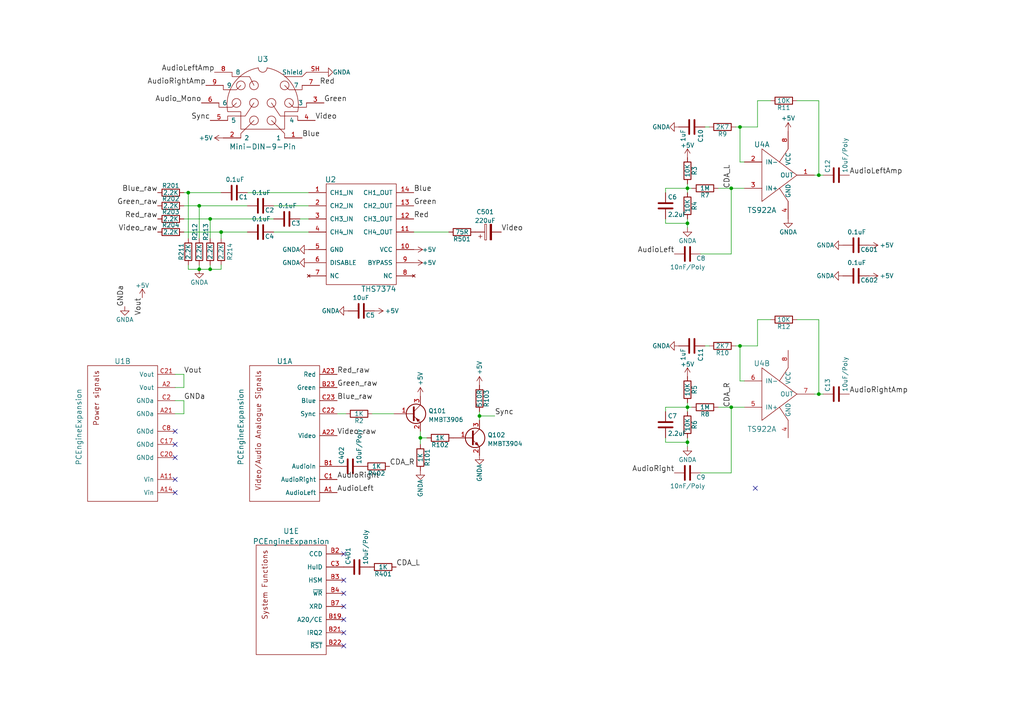
<source format=kicad_sch>
(kicad_sch (version 20211123) (generator eeschema)
  (paper "A4")
  (lib_symbols
    (symbol "Device:C_Polarized" (pin_numbers hide) (pin_names (offset 0.254))
      (property "Reference" "C" (at 0.635 2.54 0))
      (property "Value" "C_Polarized" (at 0.635 -2.54 0))
      (symbol "C_Polarized_0_1"
        (rectangle (start -2.286 0.508) (end 2.286 1.016))
        (polyline (pts (xy -1.778 2.286) (xy -0.762 2.286)))
        (polyline (pts (xy -1.27 2.794) (xy -1.27 1.778)))
        (rectangle (start 2.286 -0.508) (end -2.286 -1.016) (fill (type outline)))
      )
      (symbol "C_Polarized_1_1"
        (pin passive line (at 0 3.81 270) (length 2.794) (name "~") (number "1"))
        (pin passive line (at 0 -3.81 90) (length 2.794) (name "~") (number "2"))
      )
    )
    (symbol "Transistor_BJT:MMBT3904" (pin_names (offset 0) hide)
      (property "Reference" "Q" (at 5.08 1.905 0))
      (property "Value" "MMBT3904" (at 5.08 0 0))
      (symbol "MMBT3904_0_1"
        (polyline (pts (xy 0.635 0.635) (xy 2.54 2.54)))
        (polyline (pts (xy 0.635 -0.635) (xy 2.54 -2.54) (xy 2.54 -2.54)))
        (polyline (pts (xy 0.635 1.905) (xy 0.635 -1.905) (xy 0.635 -1.905)) (stroke (width 0.508)))
        (polyline (pts (xy 1.27 -1.778) (xy 1.778 -1.27) (xy 2.286 -2.286) (xy 1.27 -1.778) (xy 1.27 -1.778)) (fill (type outline)))
        (circle (center 1.27 0) (radius 2.8194) (stroke (width 0.254)))
      )
      (symbol "MMBT3904_1_1"
        (pin input line (at -5.08 0 0) (length 5.715) (name "B") (number "1"))
        (pin passive line (at 2.54 -5.08 90) (length 2.54) (name "E") (number "2"))
        (pin passive line (at 2.54 5.08 270) (length 2.54) (name "C") (number "3"))
      )
    )
    (symbol "Transistor_BJT:MMBT3906" (pin_names (offset 0) hide)
      (property "Reference" "Q" (at 5.08 1.905 0))
      (property "Value" "MMBT3906" (at 5.08 0 0))
      (symbol "MMBT3906_0_1"
        (polyline (pts (xy 0.635 0.635) (xy 2.54 2.54)))
        (polyline (pts (xy 0.635 -0.635) (xy 2.54 -2.54) (xy 2.54 -2.54)))
        (polyline (pts (xy 0.635 1.905) (xy 0.635 -1.905) (xy 0.635 -1.905)) (stroke (width 0.508)))
        (polyline (pts (xy 2.286 -1.778) (xy 1.778 -2.286) (xy 1.27 -1.27) (xy 2.286 -1.778) (xy 2.286 -1.778)) (fill (type outline)))
        (circle (center 1.27 0) (radius 2.8194) (stroke (width 0.254)))
      )
      (symbol "MMBT3906_1_1"
        (pin input line (at -5.08 0 0) (length 5.715) (name "B") (number "1"))
        (pin passive line (at 2.54 -5.08 90) (length 2.54) (name "E") (number "2"))
        (pin passive line (at 2.54 5.08 270) (length 2.54) (name "C") (number "3"))
      )
    )
    (symbol "pcengine-rgb-addon-rescue:+5V" (power) (pin_names (offset 0))
      (property "Value" "+5V" (at 0 3.556 0))
      (symbol "+5V_0_1"
        (polyline (pts (xy -0.762 1.27) (xy 0 2.54)))
        (polyline (pts (xy 0 0) (xy 0 2.54)))
        (polyline (pts (xy 0 2.54) (xy 0.762 1.27)))
      )
      (symbol "+5V_1_1"
        (pin power_in line (at 0 0 90) (length 0) hide (name "+5V") (number "1"))
      )
    )
    (symbol "pcengine-rgb-addon-rescue:C" (pin_numbers hide) (pin_names (offset 0.254))
      (property "Reference" "C" (at 0.635 2.54 0))
      (property "Value" "C" (at 0.635 -2.54 0))
      (symbol "C_0_1"
        (polyline (pts (xy -2.032 -0.762) (xy 2.032 -0.762)) (stroke (width 0.508)))
        (polyline (pts (xy -2.032 0.762) (xy 2.032 0.762)) (stroke (width 0.508)))
      )
      (symbol "C_1_1"
        (pin passive line (at 0 3.81 270) (length 2.794) (name "~") (number "1"))
        (pin passive line (at 0 -3.81 90) (length 2.794) (name "~") (number "2"))
      )
    )
    (symbol "pcengine-rgb-addon-rescue:GNDA" (power) (pin_names (offset 0))
      (property "Value" "GNDA" (at 0 -3.81 0))
      (symbol "GNDA_0_1"
        (polyline (pts (xy 0 0) (xy 0 -1.27) (xy 1.27 -1.27) (xy 0 -2.54) (xy -1.27 -1.27) (xy 0 -1.27)))
      )
      (symbol "GNDA_1_1"
        (pin power_in line (at 0 0 270) (length 0) hide (name "GNDA") (number "1"))
      )
    )
    (symbol "pcengine-rgb-addon-rescue:Mini-DIN-9-Pin" (pin_names (offset 1.016))
      (property "Reference" "U" (at 0 15.24 0))
      (property "Value" "Mini-DIN-9-Pin" (at 0 -10.16 0))
      (symbol "Mini-DIN-9-Pin_0_1"
        (circle (center -7.62 2.54) (radius 1.27))
        (circle (center -6.35 7.62) (radius 1.27))
        (circle (center -2.54 -2.54) (radius 1.27))
        (circle (center -2.54 2.54) (radius 1.27))
        (circle (center -2.54 7.62) (radius 1.27))
        (arc (start -1.27 12.7) (mid -8.3768 8.2171) (end -10.16 0))
        (arc (start -1.27 12.7) (mid 0 11.43) (end 1.27 12.7))
        (polyline (pts (xy -6.35 -7.62) (xy -6.35 -6.35) (xy -2.54 -2.54)))
        (polyline (pts (xy 6.35 -7.62) (xy 6.35 -6.35) (xy 2.54 -2.54)))
        (polyline (pts (xy 12.7 11.43) (xy 11.43 10.16) (xy 6.35 10.16)))
        (polyline (pts (xy -12.7 2.54) (xy -12.7 1.27) (xy -8.89 1.27) (xy -7.62 2.54)))
        (polyline (pts (xy -11.43 7.62) (xy -11.43 6.35) (xy -7.62 6.35) (xy -6.35 7.62)))
        (polyline (pts (xy -8.89 11.43) (xy -8.89 10.16) (xy -3.81 10.16) (xy -2.54 7.62)))
        (polyline (pts (xy 10.16 -2.54) (xy 10.16 -1.27) (xy 5.08 -1.27) (xy 2.54 2.54)))
        (polyline (pts (xy 11.43 7.62) (xy 11.43 6.35) (xy 7.62 6.35) (xy 6.35 7.62)))
        (polyline (pts (xy 12.7 2.54) (xy 12.7 1.27) (xy 8.89 1.27) (xy 7.62 2.54)))
        (polyline (pts (xy -10.16 -2.54) (xy -10.16 -1.27) (xy -6.35 -1.27) (xy -5.08 -1.27) (xy -2.54 2.54)))
        (polyline (pts (xy -10.16 0) (xy -6.35 0) (xy -6.35 -5.08) (xy 6.35 -5.08) (xy 6.35 0) (xy 10.16 0)))
        (circle (center 2.54 -2.54) (radius 1.27))
        (circle (center 2.54 2.54) (radius 1.27))
        (circle (center 6.35 7.62) (radius 1.27))
        (circle (center 7.62 2.54) (radius 1.27))
        (arc (start 10.16 0) (mid 8.3353 8.1871) (end 1.27 12.7))
      )
      (symbol "Mini-DIN-9-Pin_1_1"
        (pin bidirectional line (at 11.43 -7.62 180) (length 5.08) (name "1") (number "1"))
        (pin bidirectional line (at -11.43 -7.62 0) (length 5.08) (name "2") (number "2"))
        (pin bidirectional line (at 17.78 2.54 180) (length 5.08) (name "3") (number "3"))
        (pin bidirectional line (at 15.24 -2.54 180) (length 5.08) (name "4") (number "4"))
        (pin bidirectional line (at -15.24 -2.54 0) (length 5.08) (name "5") (number "5"))
        (pin bidirectional line (at -17.78 2.54 0) (length 5.08) (name "6") (number "6"))
        (pin bidirectional line (at 16.51 7.62 180) (length 5.08) (name "7") (number "7"))
        (pin bidirectional line (at -13.97 11.43 0) (length 5.08) (name "8") (number "8"))
        (pin bidirectional line (at -16.51 7.62 0) (length 5.08) (name "9") (number "9"))
        (pin passive line (at 17.78 11.43 180) (length 5.08) (name "Shield") (number "SH"))
      )
    )
    (symbol "pcengine-rgb-addon-rescue:PCEngineExpansion" (pin_names (offset 1.016))
      (property "Reference" "U" (at -10.16 19.05 0))
      (property "Value" "PCEngineExpansion" (at -22.86 0 90))
      (symbol "PCEngineExpansion_1_0"
        (text "Video/Audio Analogue Signals" (at -17.78 16.51 900) (effects (font (size 1.524 1.524)) (justify right)))
      )
      (symbol "PCEngineExpansion_1_1"
        (rectangle (start 0 17.78) (end -20.32 -21.59))
        (pin output line (at 5.08 -19.05 180) (length 5.08) (name "AudioLeft") (number "A1"))
        (pin output line (at 5.08 -2.54 180) (length 5.08) (name "Video") (number "A22"))
        (pin output line (at 5.08 15.24 180) (length 5.08) (name "Red") (number "A23"))
        (pin input line (at 5.08 -11.43 180) (length 5.08) (name "AudioIn") (number "B1"))
        (pin output line (at 5.08 11.43 180) (length 5.08) (name "Green") (number "B23"))
        (pin output line (at 5.08 -15.24 180) (length 5.08) (name "AudioRight") (number "C1"))
        (pin output line (at 5.08 3.81 180) (length 5.08) (name "Sync") (number "C22"))
        (pin output line (at 5.08 7.62 180) (length 5.08) (name "Blue") (number "C23"))
      )
      (symbol "PCEngineExpansion_2_0"
        (text "Power signals" (at -17.78 16.51 900) (effects (font (size 1.524 1.524)) (justify right)))
      )
      (symbol "PCEngineExpansion_2_1"
        (rectangle (start -20.32 17.78) (end 0 -21.59))
        (pin power_in line (at 5.08 -15.24 180) (length 5.08) (name "Vin") (number "A11"))
        (pin power_in line (at 5.08 -19.05 180) (length 5.08) (name "Vin") (number "A14"))
        (pin power_out line (at 5.08 11.43 180) (length 5.08) (name "Vout") (number "A2"))
        (pin power_in line (at 5.08 3.81 180) (length 5.08) (name "GNDa") (number "A21"))
        (pin power_in line (at 5.08 -5.08 180) (length 5.08) (name "GNDd") (number "C17"))
        (pin power_in line (at 5.08 7.62 180) (length 5.08) (name "GNDa") (number "C2"))
        (pin power_in line (at 5.08 -8.89 180) (length 5.08) (name "GNDd") (number "C20"))
        (pin power_out line (at 5.08 15.24 180) (length 5.08) (name "Vout") (number "C21"))
        (pin power_in line (at 5.08 -1.27 180) (length 5.08) (name "GNDd") (number "C8"))
      )
      (symbol "PCEngineExpansion_3_0"
        (rectangle (start -20.32 17.78) (end 0 -13.97))
        (text "Data bus" (at -17.78 11.43 900) (effects (font (size 1.524 1.524))))
      )
      (symbol "PCEngineExpansion_3_1"
        (pin bidirectional line (at 5.08 11.43 180) (length 5.08) (name "D1") (number "A8"))
        (pin bidirectional line (at 5.08 -3.81 180) (length 5.08) (name "D5") (number "B10"))
        (pin bidirectional line (at 5.08 15.24 180) (length 5.08) (name "D0") (number "B8"))
        (pin bidirectional line (at 5.08 3.81 180) (length 5.08) (name "D3") (number "B9"))
        (pin bidirectional line (at 5.08 0 180) (length 5.08) (name "D4") (number "C10"))
        (pin bidirectional line (at 5.08 -7.62 180) (length 5.08) (name "D6") (number "C11"))
        (pin bidirectional line (at 5.08 -11.43 180) (length 5.08) (name "D7") (number "C12"))
        (pin bidirectional line (at 5.08 7.62 180) (length 5.08) (name "D2") (number "C9"))
      )
      (symbol "PCEngineExpansion_4_0"
        (rectangle (start -20.32 17.78) (end 0 -59.69))
        (text "Address bus" (at -17.78 16.51 900) (effects (font (size 1.524 1.524)) (justify right)))
      )
      (symbol "PCEngineExpansion_4_1"
        (pin bidirectional line (at 5.08 -53.34 180) (length 5.08) (name "A18") (number "A4"))
        (pin bidirectional line (at 5.08 -38.1 180) (length 5.08) (name "A14") (number "A5"))
        (pin bidirectional line (at 5.08 -19.05 180) (length 5.08) (name "A9") (number "A6"))
        (pin bidirectional line (at 5.08 -22.86 180) (length 5.08) (name "A10") (number "A7"))
        (pin bidirectional line (at 5.08 15.24 180) (length 5.08) (name "A0") (number "B12"))
        (pin bidirectional line (at 5.08 7.62 180) (length 5.08) (name "A2") (number "B13"))
        (pin bidirectional line (at 5.08 -3.81 180) (length 5.08) (name "A5") (number "B15"))
        (pin bidirectional line (at 5.08 -11.43 180) (length 5.08) (name "A7") (number "B16"))
        (pin bidirectional line (at 5.08 -30.48 180) (length 5.08) (name "A12") (number "B17"))
        (pin bidirectional line (at 5.08 -45.72 180) (length 5.08) (name "A16") (number "B18"))
        (pin bidirectional line (at 5.08 -15.24 180) (length 5.08) (name "A8") (number "B6"))
        (pin bidirectional line (at 5.08 11.43 180) (length 5.08) (name "A1") (number "C13"))
        (pin bidirectional line (at 5.08 3.81 180) (length 5.08) (name "A3") (number "C14"))
        (pin bidirectional line (at 5.08 0 180) (length 5.08) (name "A4") (number "C15"))
        (pin bidirectional line (at 5.08 -7.62 180) (length 5.08) (name "A6") (number "C16"))
        (pin bidirectional line (at 5.08 -41.91 180) (length 5.08) (name "A15") (number "C18"))
        (pin bidirectional line (at 5.08 -57.15 180) (length 5.08) (name "A19") (number "C19"))
        (pin bidirectional line (at 5.08 -49.53 180) (length 5.08) (name "A17") (number "C5"))
        (pin bidirectional line (at 5.08 -34.29 180) (length 5.08) (name "A13") (number "C6"))
        (pin bidirectional line (at 5.08 -26.67 180) (length 5.08) (name "A11") (number "C7"))
      )
      (symbol "PCEngineExpansion_5_0"
        (rectangle (start -20.32 17.78) (end 0 -13.97))
        (text "System Functions" (at -17.78 16.51 900) (effects (font (size 1.524 1.524)) (justify right)))
      )
      (symbol "PCEngineExpansion_5_1"
        (pin bidirectional line (at 5.08 -3.81 180) (length 5.08) (name "A20/CE") (number "B19"))
        (pin bidirectional line (at 5.08 15.24 180) (length 5.08) (name "CCD") (number "B2"))
        (pin bidirectional line (at 5.08 -7.62 180) (length 5.08) (name "IRQ2") (number "B21"))
        (pin bidirectional line (at 5.08 -11.43 180) (length 5.08) (name "~{RST}") (number "B22"))
        (pin bidirectional line (at 5.08 7.62 180) (length 5.08) (name "HSM") (number "B3"))
        (pin bidirectional line (at 5.08 3.81 180) (length 5.08) (name "~{WR}") (number "B4"))
        (pin bidirectional line (at 5.08 0 180) (length 5.08) (name "XRD") (number "B7"))
        (pin bidirectional line (at 5.08 11.43 180) (length 5.08) (name "HuID") (number "C3"))
      )
      (symbol "PCEngineExpansion_6_0"
        (rectangle (start -20.32 17.78) (end 0 -46.99))
        (text "Video Bus" (at -17.78 10.16 900) (effects (font (size 1.524 1.524))))
      )
      (symbol "PCEngineExpansion_6_1"
        (pin bidirectional line (at 5.08 0 180) (length 5.08) (name "VSn") (number "A10"))
        (pin bidirectional line (at 5.08 -7.62 180) (length 5.08) (name "SPBG") (number "A12"))
        (pin bidirectional line (at 5.08 -44.45 180) (length 5.08) (name "VD7") (number "A13"))
        (pin bidirectional line (at 5.08 -36.83 180) (length 5.08) (name "VD5") (number "A15"))
        (pin bidirectional line (at 5.08 -33.02 180) (length 5.08) (name "VD4") (number "A16"))
        (pin bidirectional line (at 5.08 -29.21 180) (length 5.08) (name "VD3") (number "A17"))
        (pin bidirectional line (at 5.08 -25.4 180) (length 5.08) (name "VD2") (number "A18"))
        (pin bidirectional line (at 5.08 -21.59 180) (length 5.08) (name "VD1") (number "A19"))
        (pin bidirectional line (at 5.08 -17.78 180) (length 5.08) (name "VD0") (number "A20"))
        (pin bidirectional line (at 5.08 15.24 180) (length 5.08) (name "CS") (number "A3"))
        (pin bidirectional line (at 5.08 3.81 180) (length 5.08) (name "DCK") (number "A9"))
        (pin bidirectional line (at 5.08 -3.81 180) (length 5.08) (name "HSn") (number "B11"))
        (pin bidirectional line (at 5.08 -40.64 180) (length 5.08) (name "VD6") (number "B14"))
        (pin bidirectional line (at 5.08 -11.43 180) (length 5.08) (name "~{RDY}") (number "B20"))
        (pin bidirectional line (at 5.08 7.62 180) (length 5.08) (name "XNMI") (number "B5"))
        (pin bidirectional line (at 5.08 11.43 180) (length 5.08) (name "CEK") (number "C4"))
      )
    )
    (symbol "pcengine-rgb-addon-rescue:R" (pin_numbers hide) (pin_names (offset 0))
      (property "Reference" "R" (at 2.032 0 90))
      (property "Value" "R" (at 0 0 90))
      (symbol "R_0_1"
        (rectangle (start -1.016 -2.54) (end 1.016 2.54) (stroke (width 0.254)))
      )
      (symbol "R_1_1"
        (pin passive line (at 0 3.81 270) (length 1.27) (name "~") (number "1"))
        (pin passive line (at 0 -3.81 90) (length 1.27) (name "~") (number "2"))
      )
    )
    (symbol "pcengine-rgb-addon-rescue:THS7374" (pin_names (offset 1.016))
      (property "Reference" "U" (at -8.89 16.51 0))
      (property "Value" "THS7374" (at 5.08 -15.24 0))
      (symbol "THS7374_1_0"
        (rectangle (start -10.16 15.24) (end 10.16 -13.97))
      )
      (symbol "THS7374_1_1"
        (pin input line (at -15.24 12.7 0) (length 5.08) (name "CH1_IN") (number "1"))
        (pin power_in line (at 15.24 -3.81 180) (length 5.08) (name "VCC") (number "10"))
        (pin output line (at 15.24 1.27 180) (length 5.08) (name "CH4_OUT") (number "11"))
        (pin output line (at 15.24 5.08 180) (length 5.08) (name "CH3_OUT") (number "12"))
        (pin output line (at 15.24 8.89 180) (length 5.08) (name "CH2_OUT") (number "13"))
        (pin output line (at 15.24 12.7 180) (length 5.08) (name "CH1_OUT") (number "14"))
        (pin input line (at -15.24 8.89 0) (length 5.08) (name "CH2_IN") (number "2"))
        (pin input line (at -15.24 5.08 0) (length 5.08) (name "CH3_IN") (number "3"))
        (pin input line (at -15.24 1.27 0) (length 5.08) (name "CH4_IN") (number "4"))
        (pin power_in line (at -15.24 -3.81 0) (length 5.08) (name "GND") (number "5"))
        (pin power_in line (at -15.24 -7.62 0) (length 5.08) (name "DISABLE") (number "6"))
        (pin no_connect line (at -15.24 -11.43 0) (length 5.08) (name "NC") (number "7"))
        (pin no_connect line (at 15.24 -11.43 180) (length 5.08) (name "NC") (number "8"))
        (pin power_in line (at 15.24 -7.62 180) (length 5.08) (name "BYPASS") (number "9"))
      )
    )
    (symbol "pcengine-rgb-addon-rescue:TS922A" (pin_names (offset 1.016))
      (property "Reference" "U" (at -3.81 8.89 0))
      (property "Value" "TS922A" (at -3.81 -10.16 0))
      (symbol "TS922A_0_1"
        (polyline (pts (xy 3.81 -7.62) (xy 1.27 -3.81)))
        (polyline (pts (xy 3.81 7.62) (xy 1.27 3.81)))
        (polyline (pts (xy 6.35 0) (xy -3.81 7.62) (xy -3.81 -7.62) (xy 6.35 0)))
        (pin power_in line (at 3.81 -12.7 90) (length 5.08) (name "GND") (number "4"))
        (pin power_in line (at 3.81 12.7 270) (length 5.08) (name "VCC") (number "8"))
      )
      (symbol "TS922A_1_1"
        (pin input line (at 11.43 0 180) (length 5.08) (name "OUT") (number "1"))
        (pin input line (at -8.89 3.81 0) (length 5.08) (name "IN-") (number "2"))
        (pin input line (at -8.89 -3.81 0) (length 5.08) (name "IN+") (number "3"))
      )
      (symbol "TS922A_2_1"
        (pin input line (at -8.89 -3.81 0) (length 5.08) (name "IN+") (number "5"))
        (pin input line (at -8.89 3.81 0) (length 5.08) (name "IN-") (number "6"))
        (pin input line (at 11.43 0 180) (length 5.08) (name "OUT") (number "7"))
      )
    )
  )
  (junction (at 60.96 78.105))
  (junction (at 57.785 59.69))
  (junction (at 139.065 120.65))
  (junction (at 214.63 36.83))
  (junction (at 199.39 118.11))
  (junction (at 199.39 54.61))
  (junction (at 212.09 54.61))
  (junction (at 54.61 55.88))
  (junction (at 64.135 67.31))
  (junction (at 237.49 50.8))
  (junction (at 214.63 100.33))
  (junction (at 199.39 128.27))
  (junction (at 57.785 78.105))
  (junction (at 237.49 114.3))
  (junction (at 212.09 118.11))
  (junction (at 60.96 63.5))
  (junction (at 121.92 127))
  (junction (at 199.39 64.77))
  (no_connect (at 99.695 168.275))
  (no_connect (at 99.695 172.085))
  (no_connect (at 99.695 179.705))
  (no_connect (at 219.075 141.605))
  (no_connect (at 99.695 160.655))
  (no_connect (at 50.8 128.905))
  (no_connect (at 99.695 187.325))
  (no_connect (at 50.8 132.715))
  (no_connect (at 50.8 142.875))
  (no_connect (at 99.695 175.895))
  (no_connect (at 50.8 125.095))
  (no_connect (at 50.8 139.065))
  (no_connect (at 99.695 183.515))
  (wire (pts (xy 199.39 127) (xy 199.39 128.27)))
  (wire (pts (xy 143.51 120.65) (xy 139.065 120.65)))
  (wire (pts (xy 199.39 64.77) (xy 193.04 64.77)))
  (wire (pts (xy 203.2 73.66) (xy 212.09 73.66)))
  (wire (pts (xy 215.9 110.49) (xy 214.63 110.49)))
  (wire (pts (xy 60.96 63.5) (xy 79.375 63.5)))
  (wire (pts (xy 86.995 63.5) (xy 89.535 63.5)))
  (wire (pts (xy 199.39 118.11) (xy 200.66 118.11)))
  (wire (pts (xy 214.63 36.83) (xy 219.71 36.83)))
  (wire (pts (xy 213.36 36.83) (xy 214.63 36.83)))
  (wire (pts (xy 208.28 54.61) (xy 212.09 54.61)))
  (wire (pts (xy 54.61 76.835) (xy 54.61 78.105)))
  (wire (pts (xy 193.04 55.88) (xy 193.04 54.61)))
  (wire (pts (xy 237.49 29.21) (xy 237.49 50.8)))
  (wire (pts (xy 204.47 36.83) (xy 205.74 36.83)))
  (wire (pts (xy 54.61 55.88) (xy 64.135 55.88)))
  (wire (pts (xy 215.9 46.99) (xy 214.63 46.99)))
  (wire (pts (xy 193.04 118.11) (xy 199.39 118.11)))
  (wire (pts (xy 71.755 55.88) (xy 89.535 55.88)))
  (wire (pts (xy 60.96 78.105) (xy 64.135 78.105)))
  (wire (pts (xy 60.96 76.835) (xy 60.96 78.105)))
  (wire (pts (xy 212.09 118.11) (xy 215.9 118.11)))
  (wire (pts (xy 121.92 127) (xy 121.92 128.905)))
  (wire (pts (xy 237.49 92.71) (xy 237.49 114.3)))
  (wire (pts (xy 64.135 78.105) (xy 64.135 76.835)))
  (wire (pts (xy 231.14 29.21) (xy 237.49 29.21)))
  (wire (pts (xy 50.8 120.015) (xy 53.34 120.015)))
  (wire (pts (xy 214.63 110.49) (xy 214.63 100.33)))
  (wire (pts (xy 193.04 64.77) (xy 193.04 63.5)))
  (wire (pts (xy 212.09 137.16) (xy 212.09 118.11)))
  (wire (pts (xy 53.34 108.585) (xy 50.8 108.585)))
  (wire (pts (xy 79.375 59.69) (xy 89.535 59.69)))
  (wire (pts (xy 54.61 78.105) (xy 57.785 78.105)))
  (wire (pts (xy 219.71 100.33) (xy 219.71 92.71)))
  (wire (pts (xy 193.04 119.38) (xy 193.04 118.11)))
  (wire (pts (xy 199.39 54.61) (xy 199.39 55.88)))
  (wire (pts (xy 214.63 46.99) (xy 214.63 36.83)))
  (wire (pts (xy 57.785 76.835) (xy 57.785 78.105)))
  (wire (pts (xy 199.39 53.34) (xy 199.39 54.61)))
  (wire (pts (xy 199.39 64.77) (xy 199.39 66.04)))
  (wire (pts (xy 120.015 67.31) (xy 130.175 67.31)))
  (wire (pts (xy 219.71 92.71) (xy 223.52 92.71)))
  (wire (pts (xy 53.34 59.69) (xy 57.785 59.69)))
  (wire (pts (xy 199.39 116.84) (xy 199.39 118.11)))
  (wire (pts (xy 199.39 128.27) (xy 193.04 128.27)))
  (wire (pts (xy 219.71 36.83) (xy 219.71 29.21)))
  (wire (pts (xy 231.14 92.71) (xy 237.49 92.71)))
  (wire (pts (xy 53.34 116.205) (xy 50.8 116.205)))
  (wire (pts (xy 208.28 118.11) (xy 212.09 118.11)))
  (wire (pts (xy 64.135 69.215) (xy 64.135 67.31)))
  (wire (pts (xy 237.49 114.3) (xy 238.76 114.3)))
  (wire (pts (xy 236.22 50.8) (xy 237.49 50.8)))
  (wire (pts (xy 237.49 50.8) (xy 238.76 50.8)))
  (wire (pts (xy 64.135 67.31) (xy 71.755 67.31)))
  (wire (pts (xy 236.22 114.3) (xy 237.49 114.3)))
  (wire (pts (xy 50.8 112.395) (xy 53.34 112.395)))
  (wire (pts (xy 57.785 69.215) (xy 57.785 59.69)))
  (wire (pts (xy 213.36 100.33) (xy 214.63 100.33)))
  (wire (pts (xy 53.34 55.88) (xy 54.61 55.88)))
  (wire (pts (xy 57.785 78.105) (xy 60.96 78.105)))
  (wire (pts (xy 214.63 100.33) (xy 219.71 100.33)))
  (wire (pts (xy 57.785 59.69) (xy 71.755 59.69)))
  (wire (pts (xy 60.96 69.215) (xy 60.96 63.5)))
  (wire (pts (xy 54.61 69.215) (xy 54.61 55.88)))
  (wire (pts (xy 212.09 73.66) (xy 212.09 54.61)))
  (wire (pts (xy 199.39 63.5) (xy 199.39 64.77)))
  (wire (pts (xy 199.39 128.27) (xy 199.39 129.54)))
  (wire (pts (xy 204.47 100.33) (xy 205.74 100.33)))
  (wire (pts (xy 139.065 120.65) (xy 139.065 121.92)))
  (wire (pts (xy 53.34 120.015) (xy 53.34 116.205)))
  (wire (pts (xy 212.09 54.61) (xy 215.9 54.61)))
  (wire (pts (xy 121.92 125.095) (xy 121.92 127)))
  (wire (pts (xy 193.04 128.27) (xy 193.04 127)))
  (wire (pts (xy 139.065 119.38) (xy 139.065 120.65)))
  (wire (pts (xy 79.375 67.31) (xy 89.535 67.31)))
  (wire (pts (xy 199.39 54.61) (xy 200.66 54.61)))
  (wire (pts (xy 219.71 29.21) (xy 223.52 29.21)))
  (wire (pts (xy 123.825 127) (xy 121.92 127)))
  (wire (pts (xy 53.34 63.5) (xy 60.96 63.5)))
  (wire (pts (xy 107.95 120.015) (xy 114.3 120.015)))
  (wire (pts (xy 53.34 112.395) (xy 53.34 108.585)))
  (wire (pts (xy 199.39 118.11) (xy 199.39 119.38)))
  (wire (pts (xy 53.34 67.31) (xy 64.135 67.31)))
  (wire (pts (xy 203.2 137.16) (xy 212.09 137.16)))
  (wire (pts (xy 193.04 54.61) (xy 199.39 54.61)))
  (wire (pts (xy 97.79 120.015) (xy 100.33 120.015)))
  (label "AudioRight" (at 97.79 139.065 0) (effects (font (size 1.524 1.524))))
  (label "Red" (at 92.71 24.765 0) (effects (font (size 1.524 1.524))))
  (label "Green_raw" (at 97.79 112.395 0) (effects (font (size 1.524 1.524))))
  (label "Audio_Mono" (at 58.42 29.845 180) (effects (font (size 1.524 1.524))))
  (label "CDA_L" (at 212.09 54.61 90) (effects (font (size 1.524 1.524))))
  (label "CDA_R" (at 113.03 135.255 0) (effects (font (size 1.524 1.524))))
  (label "Red" (at 120.015 63.5 0) (effects (font (size 1.524 1.524))))
  (label "Video" (at 91.44 34.925 0) (effects (font (size 1.524 1.524))))
  (label "Vout" (at 53.34 108.585 0) (effects (font (size 1.524 1.524))))
  (label "Video_raw" (at 45.72 67.31 180) (effects (font (size 1.524 1.524))))
  (label "Blue_raw" (at 45.72 55.88 180) (effects (font (size 1.524 1.524))))
  (label "Green" (at 120.015 59.69 0) (effects (font (size 1.524 1.524))))
  (label "GNDa" (at 36.195 88.9 90) (effects (font (size 1.524 1.524))))
  (label "Blue_raw" (at 97.79 116.205 0) (effects (font (size 1.524 1.524))))
  (label "Green_raw" (at 45.72 59.69 180) (effects (font (size 1.524 1.524))))
  (label "Sync" (at 143.51 120.65 0) (effects (font (size 1.524 1.524))))
  (label "AudioRight" (at 195.58 137.16 180) (effects (font (size 1.524 1.524))))
  (label "AudioLeftAmp" (at 246.38 50.8 0) (effects (font (size 1.524 1.524))))
  (label "Blue" (at 87.63 40.005 0) (effects (font (size 1.524 1.524))))
  (label "Video" (at 145.415 67.31 0) (effects (font (size 1.524 1.524))))
  (label "Sync" (at 60.96 34.925 180) (effects (font (size 1.524 1.524))))
  (label "CDA_L" (at 114.935 164.465 0) (effects (font (size 1.524 1.524))))
  (label "Vout" (at 41.275 86.36 270) (effects (font (size 1.524 1.524))))
  (label "Green" (at 93.98 29.845 0) (effects (font (size 1.524 1.524))))
  (label "AudioRightAmp" (at 246.38 114.3 0) (effects (font (size 1.524 1.524))))
  (label "Blue" (at 120.015 55.88 0) (effects (font (size 1.524 1.524))))
  (label "Red_raw" (at 97.79 108.585 0) (effects (font (size 1.524 1.524))))
  (label "AudioLeft" (at 195.58 73.66 180) (effects (font (size 1.524 1.524))))
  (label "Red_raw" (at 45.72 63.5 180) (effects (font (size 1.524 1.524))))
  (label "AudioLeft" (at 97.79 142.875 0) (effects (font (size 1.524 1.524))))
  (label "Video_raw" (at 97.79 126.365 0) (effects (font (size 1.524 1.524))))
  (label "AudioRightAmp" (at 59.69 24.765 180) (effects (font (size 1.524 1.524))))
  (label "AudioLeftAmp" (at 62.23 20.955 180) (effects (font (size 1.524 1.524))))
  (label "CDA_R" (at 212.09 118.11 90) (effects (font (size 1.524 1.524))))
  (label "GNDa" (at 53.34 116.205 0) (effects (font (size 1.524 1.524))))
  (symbol (lib_id "pcengine-rgb-addon-rescue:Mini-DIN-9-Pin") (at 76.2 32.385 0) (unit 1)
    (property "Reference" "U3" (at 76.2 17.145 0) (effects (font (size 1.524 1.524))))
    (property "Value" "Mini-DIN-9-Pin" (at 76.2 42.545 0) (effects (font (size 1.524 1.524))))
    (property "Footprint" "mini-din:MINI-DIN-9PIN" (effects hide))
    (property "Supplier" "tme.eu" (effects hide))
    (property "Part number" "MDC-209" (effects hide))
  )
  (symbol (lib_id "pcengine-rgb-addon-rescue:PCEngineExpansion") (at 92.71 123.825 0) (unit 1)
    (property "Reference" "U1" (at 82.55 104.775 0) (effects (font (size 1.524 1.524))))
    (property "Value" "PCEngineExpansion" (at 69.85 123.825 90) (effects (font (size 1.524 1.524))))
    (property "Footprint" "pcengine-expansion:PCEngineExpansion" (effects hide))
    (property "Supplier" "Samtec" (effects hide))
    (property "Partnumber" "SSQ-123-02-T-T-RA" (effects hide))
  )
  (symbol (lib_id "pcengine-rgb-addon-rescue:PCEngineExpansion") (at 45.72 123.825 0) (unit 2)
    (property "Reference" "U1" (at 35.56 104.775 0) (effects (font (size 1.524 1.524))))
    (property "Value" "PCEngineExpansion" (at 22.86 123.825 90) (effects (font (size 1.524 1.524))))
    (property "Footprint" "pcengine-expansion:PCEngineExpansion" (effects hide))
  )
  (symbol (lib_id "pcengine-rgb-addon-rescue:THS7374") (at 104.775 68.58 0) (unit 1)
    (property "Reference" "U2" (at 95.885 52.07 0) (effects (font (size 1.524 1.524))))
    (property "Value" "THS7374" (at 109.855 83.82 0) (effects (font (size 1.524 1.524))))
    (property "Footprint" "Package_SO:TSSOP-14_4.4x5mm_P0.65mm" (effects hide))
    (property "Supplier" "Mouser.com" (effects hide))
    (property "Partnumber" "THS7374IPWR" (effects hide))
  )
  (symbol (lib_id "pcengine-rgb-addon-rescue:C") (at 67.945 55.88 270) (unit 1)
    (property "Reference" "C1" (at 69.215 57.15 90) (effects (justify left)))
    (property "Value" "0.1uF" (at 65.405 52.07 90) (effects (justify left)))
    (property "Footprint" "Capacitor_SMD:C_0603_1608Metric_Pad1.08x0.95mm_HandSolder" (effects hide))
  )
  (symbol (lib_id "pcengine-rgb-addon-rescue:C") (at 75.565 59.69 270) (unit 1)
    (property "Reference" "C2" (at 76.835 60.96 90) (effects (justify left)))
    (property "Value" "0.1uF" (at 73.025 55.88 90) (effects (justify left)))
    (property "Footprint" "Capacitor_SMD:C_0603_1608Metric_Pad1.08x0.95mm_HandSolder" (effects hide))
  )
  (symbol (lib_id "pcengine-rgb-addon-rescue:C") (at 83.185 63.5 270) (unit 1)
    (property "Reference" "C3" (at 84.455 64.77 90) (effects (justify left)))
    (property "Value" "0.1uF" (at 80.645 59.69 90) (effects (justify left)))
    (property "Footprint" "Capacitor_SMD:C_0603_1608Metric_Pad1.08x0.95mm_HandSolder" (effects hide))
  )
  (symbol (lib_id "pcengine-rgb-addon-rescue:C") (at 75.565 67.31 270) (unit 1)
    (property "Reference" "C4" (at 76.835 68.58 90) (effects (justify left)))
    (property "Value" "0.1uF" (at 73.025 63.5 90) (effects (justify left)))
    (property "Footprint" "Capacitor_SMD:C_0603_1608Metric_Pad1.08x0.95mm_HandSolder" (effects hide))
  )
  (symbol (lib_id "pcengine-rgb-addon-rescue:GNDA") (at 36.195 88.9 0) (unit 1)
    (property "Reference" "#PWR01" (effects hide))
    (property "Value" "GNDA" (at 36.195 92.71 0))
  )
  (symbol (lib_id "pcengine-rgb-addon-rescue:TS922A") (at 224.79 114.3 0) (unit 2)
    (property "Reference" "U4" (at 220.98 105.41 0) (effects (font (size 1.524 1.524))))
    (property "Value" "TS922A" (at 220.98 124.46 0) (effects (font (size 1.524 1.524))))
    (property "Footprint" "Housings_SOIC:SOIC-8_3.9x4.9mm_Pitch1.27mm" (effects hide))
  )
  (symbol (lib_id "pcengine-rgb-addon-rescue:R") (at 199.39 113.03 0) (unit 1)
    (property "Reference" "R5" (at 201.422 113.03 90))
    (property "Value" "10K" (at 199.39 113.03 90))
    (property "Footprint" "Resistor_SMD:R_0603_1608Metric_Pad0.98x0.95mm_HandSolder" (effects hide))
  )
  (symbol (lib_id "pcengine-rgb-addon-rescue:R") (at 199.39 123.19 0) (unit 1)
    (property "Reference" "R6" (at 201.422 123.19 90))
    (property "Value" "10K" (at 199.39 123.19 90))
    (property "Footprint" "Resistor_SMD:R_0603_1608Metric_Pad0.98x0.95mm_HandSolder" (effects hide))
  )
  (symbol (lib_id "pcengine-rgb-addon-rescue:GNDA") (at 199.39 129.54 0) (unit 1)
    (property "Reference" "#PWR02" (effects hide))
    (property "Value" "GNDA" (at 199.39 133.35 0))
  )
  (symbol (lib_id "pcengine-rgb-addon-rescue:C") (at 193.04 123.19 0) (unit 1)
    (property "Reference" "C7" (at 193.675 120.65 0) (effects (justify left)))
    (property "Value" "2.2uF" (at 193.675 125.73 0) (effects (justify left)))
    (property "Footprint" "Capacitor_SMD:C_0603_1608Metric_Pad1.08x0.95mm_HandSolder" (effects hide))
  )
  (symbol (lib_id "pcengine-rgb-addon-rescue:R") (at 204.47 118.11 270) (unit 1)
    (property "Reference" "R8" (at 204.47 120.142 90))
    (property "Value" "1M" (at 204.47 118.11 90))
    (property "Footprint" "Resistor_SMD:R_0603_1608Metric_Pad0.98x0.95mm_HandSolder" (effects hide))
  )
  (symbol (lib_id "pcengine-rgb-addon-rescue:GNDA") (at 93.98 20.955 90) (unit 1)
    (property "Reference" "#PWR03" (effects hide))
    (property "Value" "GNDA" (at 99.06 20.955 90))
  )
  (symbol (lib_id "pcengine-rgb-addon-rescue:+5V") (at 41.275 86.36 0) (unit 1)
    (property "Reference" "#PWR04" (effects hide))
    (property "Value" "+5V" (at 41.275 82.804 0))
  )
  (symbol (lib_id "pcengine-rgb-addon-rescue:GNDA") (at 89.535 72.39 270) (unit 1)
    (property "Reference" "#PWR05" (effects hide))
    (property "Value" "GNDA" (at 84.455 72.39 90))
  )
  (symbol (lib_id "pcengine-rgb-addon-rescue:GNDA") (at 89.535 76.2 270) (unit 1)
    (property "Reference" "#PWR06" (effects hide))
    (property "Value" "GNDA" (at 84.455 76.2 90))
  )
  (symbol (lib_id "pcengine-rgb-addon-rescue:+5V") (at 120.015 76.2 270) (unit 1)
    (property "Reference" "#PWR07" (effects hide))
    (property "Value" "+5V" (at 124.46 76.2 90))
  )
  (symbol (lib_id "pcengine-rgb-addon-rescue:+5V") (at 64.77 40.005 90) (unit 1)
    (property "Reference" "#PWR08" (effects hide))
    (property "Value" "+5V" (at 59.69 40.005 90))
  )
  (symbol (lib_id "pcengine-rgb-addon-rescue:+5V") (at 199.39 109.22 0) (unit 1)
    (property "Reference" "#PWR09" (effects hide))
    (property "Value" "+5V" (at 199.39 105.664 0))
  )
  (symbol (lib_id "pcengine-rgb-addon-rescue:C") (at 199.39 137.16 270) (unit 1)
    (property "Reference" "C9" (at 201.93 138.43 90) (effects (justify left)))
    (property "Value" "10nF/Poly" (at 194.31 140.97 90) (effects (justify left)))
    (property "Footprint" "Capacitors_THT:C_Rect_L7.2mm_W2.5mm_P5.00mm_FKS2_FKP2_MKS2_MKP2" (effects hide))
  )
  (symbol (lib_id "pcengine-rgb-addon-rescue:R") (at 227.33 92.71 270) (unit 1)
    (property "Reference" "R12" (at 227.33 94.742 90))
    (property "Value" "10K" (at 227.33 92.71 90))
    (property "Footprint" "Resistor_SMD:R_0603_1608Metric_Pad0.98x0.95mm_HandSolder" (effects hide))
  )
  (symbol (lib_id "pcengine-rgb-addon-rescue:R") (at 209.55 100.33 270) (unit 1)
    (property "Reference" "R10" (at 209.55 102.362 90))
    (property "Value" "2K7" (at 209.55 100.33 90))
    (property "Footprint" "Resistor_SMD:R_0603_1608Metric_Pad0.98x0.95mm_HandSolder" (effects hide))
  )
  (symbol (lib_id "pcengine-rgb-addon-rescue:C") (at 200.66 100.33 270) (unit 1)
    (property "Reference" "C11" (at 203.2 100.965 0) (effects (justify left)))
    (property "Value" "1uF" (at 198.12 100.965 0) (effects (justify left)))
    (property "Footprint" "Capacitor_SMD:C_0603_1608Metric_Pad1.08x0.95mm_HandSolder" (effects hide))
  )
  (symbol (lib_id "pcengine-rgb-addon-rescue:GNDA") (at 196.85 100.33 270) (unit 1)
    (property "Reference" "#PWR010" (effects hide))
    (property "Value" "GNDA" (at 191.77 100.33 90))
  )
  (symbol (lib_id "pcengine-rgb-addon-rescue:C") (at 242.57 114.3 90) (unit 1)
    (property "Reference" "C13" (at 240.03 113.665 0) (effects (justify left)))
    (property "Value" "10uF/Poly" (at 245.11 113.665 0) (effects (justify left)))
    (property "Footprint" "Capacitor_SMD:CP_Elec_4x5.3" (effects hide))
    (property "Supplier" "tme.eu" (effects hide))
    (property "Partnumber" "UWX1V100MCL1GB" (effects hide))
  )
  (symbol (lib_id "pcengine-rgb-addon-rescue:TS922A") (at 224.79 50.8 0) (unit 1)
    (property "Reference" "U4" (at 220.98 41.91 0) (effects (font (size 1.524 1.524))))
    (property "Value" "TS922A" (at 220.98 60.96 0) (effects (font (size 1.524 1.524))))
    (property "Footprint" "Housings_SOIC:SOIC-8_3.9x4.9mm_Pitch1.27mm" (effects hide))
    (property "Supplier" "Mouser.com" (effects hide))
    (property "Partnumber" "TS922AIDT" (effects hide))
  )
  (symbol (lib_id "pcengine-rgb-addon-rescue:R") (at 199.39 49.53 0) (unit 1)
    (property "Reference" "R3" (at 201.422 49.53 90))
    (property "Value" "10K" (at 199.39 49.53 90))
    (property "Footprint" "Resistor_SMD:R_0603_1608Metric_Pad0.98x0.95mm_HandSolder" (effects hide))
  )
  (symbol (lib_id "pcengine-rgb-addon-rescue:R") (at 199.39 59.69 0) (unit 1)
    (property "Reference" "R4" (at 201.422 59.69 90))
    (property "Value" "10K" (at 199.39 59.69 90))
    (property "Footprint" "Resistor_SMD:R_0603_1608Metric_Pad0.98x0.95mm_HandSolder" (effects hide))
  )
  (symbol (lib_id "pcengine-rgb-addon-rescue:GNDA") (at 199.39 66.04 0) (unit 1)
    (property "Reference" "#PWR011" (effects hide))
    (property "Value" "GNDA" (at 199.39 69.85 0))
  )
  (symbol (lib_id "pcengine-rgb-addon-rescue:C") (at 193.04 59.69 0) (unit 1)
    (property "Reference" "C6" (at 193.675 57.15 0) (effects (justify left)))
    (property "Value" "2.2uF" (at 193.675 62.23 0) (effects (justify left)))
    (property "Footprint" "Capacitor_SMD:C_0603_1608Metric_Pad1.08x0.95mm_HandSolder" (effects hide))
  )
  (symbol (lib_id "pcengine-rgb-addon-rescue:R") (at 204.47 54.61 270) (unit 1)
    (property "Reference" "R7" (at 204.47 56.642 90))
    (property "Value" "1M" (at 204.47 54.61 90))
    (property "Footprint" "Resistor_SMD:R_0603_1608Metric_Pad0.98x0.95mm_HandSolder" (effects hide))
  )
  (symbol (lib_id "pcengine-rgb-addon-rescue:+5V") (at 199.39 45.72 0) (unit 1)
    (property "Reference" "#PWR012" (effects hide))
    (property "Value" "+5V" (at 199.39 42.164 0))
  )
  (symbol (lib_id "pcengine-rgb-addon-rescue:C") (at 199.39 73.66 270) (unit 1)
    (property "Reference" "C8" (at 201.93 74.93 90) (effects (justify left)))
    (property "Value" "10nF/Poly" (at 194.31 77.47 90) (effects (justify left)))
    (property "Footprint" "Capacitors_THT:C_Rect_L7.2mm_W2.5mm_P5.00mm_FKS2_FKP2_MKS2_MKP2" (effects hide))
  )
  (symbol (lib_id "pcengine-rgb-addon-rescue:+5V") (at 228.6 38.1 0) (unit 1)
    (property "Reference" "#PWR013" (effects hide))
    (property "Value" "+5V" (at 228.6 34.29 0))
  )
  (symbol (lib_id "pcengine-rgb-addon-rescue:GNDA") (at 228.6 63.5 0) (unit 1)
    (property "Reference" "#PWR014" (effects hide))
    (property "Value" "GNDA" (at 228.6 67.31 0))
  )
  (symbol (lib_id "pcengine-rgb-addon-rescue:R") (at 227.33 29.21 270) (unit 1)
    (property "Reference" "R11" (at 227.33 31.242 90))
    (property "Value" "10K" (at 227.33 29.21 90))
    (property "Footprint" "Resistor_SMD:R_0603_1608Metric_Pad0.98x0.95mm_HandSolder" (effects hide))
  )
  (symbol (lib_id "pcengine-rgb-addon-rescue:R") (at 209.55 36.83 270) (unit 1)
    (property "Reference" "R9" (at 209.55 38.862 90))
    (property "Value" "2K7" (at 209.55 36.83 90))
    (property "Footprint" "Resistor_SMD:R_0603_1608Metric_Pad0.98x0.95mm_HandSolder" (effects hide))
  )
  (symbol (lib_id "pcengine-rgb-addon-rescue:C") (at 200.66 36.83 270) (unit 1)
    (property "Reference" "C10" (at 203.2 37.465 0) (effects (justify left)))
    (property "Value" "1uF" (at 198.12 37.465 0) (effects (justify left)))
    (property "Footprint" "Capacitor_SMD:C_0603_1608Metric_Pad1.08x0.95mm_HandSolder" (effects hide))
  )
  (symbol (lib_id "pcengine-rgb-addon-rescue:GNDA") (at 196.85 36.83 270) (unit 1)
    (property "Reference" "#PWR015" (effects hide))
    (property "Value" "GNDA" (at 191.77 36.83 90))
  )
  (symbol (lib_id "pcengine-rgb-addon-rescue:C") (at 242.57 50.8 90) (unit 1)
    (property "Reference" "C12" (at 240.03 50.165 0) (effects (justify left)))
    (property "Value" "10uF/Poly" (at 245.11 50.165 0) (effects (justify left)))
    (property "Footprint" "Capacitor_SMD:CP_Elec_4x5.3" (effects hide))
  )
  (symbol (lib_id "pcengine-rgb-addon-rescue:+5V") (at 120.015 72.39 270) (unit 1)
    (property "Reference" "#PWR016" (effects hide))
    (property "Value" "+5V" (at 124.46 72.39 90))
  )
  (symbol (lib_id "pcengine-rgb-addon-rescue:C") (at 104.775 90.17 270) (unit 1)
    (property "Reference" "C5" (at 106.045 91.44 90) (effects (justify left)))
    (property "Value" "10uF" (at 102.235 86.36 90) (effects (justify left)))
    (property "Footprint" "Capacitor_SMD:C_0805_2012Metric_Pad1.18x1.45mm_HandSolder" (effects hide))
  )
  (symbol (lib_id "pcengine-rgb-addon-rescue:+5V") (at 108.585 90.17 270) (unit 1)
    (property "Reference" "#PWR017" (effects hide))
    (property "Value" "+5V" (at 113.665 90.17 90))
  )
  (symbol (lib_id "pcengine-rgb-addon-rescue:GNDA") (at 100.965 90.17 270) (unit 1)
    (property "Reference" "#PWR018" (effects hide))
    (property "Value" "GNDA" (at 95.885 90.17 90))
  )
  (symbol (lib_id "pcengine-rgb-addon-rescue:R") (at 104.14 120.015 270) (unit 1)
    (property "Reference" "R2" (at 104.14 122.047 90))
    (property "Value" "1K" (at 104.14 120.015 90))
    (property "Footprint" "Resistor_SMD:R_0603_1608Metric_Pad0.98x0.95mm_HandSolder" (effects hide))
  )
  (symbol (lib_id "Transistor_BJT:MMBT3904") (at 136.525 127 0) (unit 1)
    (property "Reference" "Q102" (at 141.3764 126.1653 0) (effects (justify left)))
    (property "Value" "MMBT3904" (at 141.3764 128.7022 0) (effects (justify left)))
    (property "Footprint" "Package_TO_SOT_SMD:SOT-23" (effects hide))
    (property "Datasheet" "https://www.onsemi.com/pub/Collateral/2N3903-D.PDF" (effects hide))
  )
  (symbol (lib_id "pcengine-rgb-addon-rescue:GNDA") (at 139.065 132.08 0) (unit 1)
    (property "Reference" "#PWR0102" (effects hide))
    (property "Value" "GNDA" (at 139.065 137.16 90))
  )
  (symbol (lib_id "pcengine-rgb-addon-rescue:C") (at 248.285 71.12 270) (unit 1)
    (property "Reference" "C601" (at 249.555 72.39 90) (effects (justify left)))
    (property "Value" "0.1uF" (at 245.745 67.31 90) (effects (justify left)))
    (property "Footprint" "Capacitor_SMD:C_0603_1608Metric_Pad1.08x0.95mm_HandSolder" (effects hide))
  )
  (symbol (lib_id "pcengine-rgb-addon-rescue:GNDA") (at 244.475 80.01 270) (unit 1)
    (property "Reference" "#PWR0109" (effects hide))
    (property "Value" "GNDA" (at 239.395 80.01 90))
  )
  (symbol (lib_id "pcengine-rgb-addon-rescue:R") (at 60.96 73.025 180) (unit 1)
    (property "Reference" "R213" (at 59.69 67.31 90))
    (property "Value" "2.2K" (at 60.96 73.025 90))
    (property "Footprint" "Resistor_SMD:R_0603_1608Metric_Pad0.98x0.95mm_HandSolder" (effects hide))
  )
  (symbol (lib_id "pcengine-rgb-addon-rescue:R") (at 111.125 164.465 270) (unit 1)
    (property "Reference" "R401" (at 111.125 166.497 90))
    (property "Value" "1K" (at 111.125 164.465 90))
    (property "Footprint" "Resistor_SMD:R_0603_1608Metric_Pad0.98x0.95mm_HandSolder" (effects hide))
  )
  (symbol (lib_id "pcengine-rgb-addon-rescue:R") (at 49.53 63.5 90) (unit 1)
    (property "Reference" "R203" (at 49.53 61.468 90))
    (property "Value" "2.2K" (at 49.53 63.5 90))
    (property "Footprint" "Resistor_SMD:R_0603_1608Metric_Pad0.98x0.95mm_HandSolder" (effects hide))
  )
  (symbol (lib_id "pcengine-rgb-addon-rescue:C") (at 101.6 135.255 90) (unit 1)
    (property "Reference" "C402" (at 99.06 134.62 0) (effects (justify left)))
    (property "Value" "10uF/Poly" (at 104.14 134.62 0) (effects (justify left)))
    (property "Footprint" "Capacitor_SMD:CP_Elec_4x5.3" (effects hide))
    (property "Supplier" "tme.eu" (effects hide))
    (property "Partnumber" "UWX1V100MCL1GB" (effects hide))
  )
  (symbol (lib_id "pcengine-rgb-addon-rescue:R") (at 57.785 73.025 180) (unit 1)
    (property "Reference" "R212" (at 56.515 67.31 90))
    (property "Value" "2.2K" (at 57.785 73.025 90))
    (property "Footprint" "Resistor_SMD:R_0603_1608Metric_Pad0.98x0.95mm_HandSolder" (effects hide))
  )
  (symbol (lib_id "pcengine-rgb-addon-rescue:+5V") (at 139.065 111.76 0) (unit 1)
    (property "Reference" "#PWR0101" (effects hide))
    (property "Value" "+5V" (at 139.065 106.68 90))
  )
  (symbol (lib_id "pcengine-rgb-addon-rescue:PCEngineExpansion") (at 94.615 175.895 0) (unit 5)
    (property "Reference" "U1" (at 84.455 154.0309 0) (effects (font (size 1.524 1.524))))
    (property "Value" "PCEngineExpansion" (at 84.455 157.0243 0) (effects (font (size 1.524 1.524))))
    (property "Footprint" "pcengine-expansion:PCEngineExpansion" (effects hide))
  )
  (symbol (lib_id "pcengine-rgb-addon-rescue:+5V") (at 252.095 71.12 270) (unit 1)
    (property "Reference" "#PWR0108" (effects hide))
    (property "Value" "+5V" (at 257.175 71.12 90))
  )
  (symbol (lib_id "pcengine-rgb-addon-rescue:GNDA") (at 244.475 71.12 270) (unit 1)
    (property "Reference" "#PWR0107" (effects hide))
    (property "Value" "GNDA" (at 239.395 71.12 90))
  )
  (symbol (lib_id "pcengine-rgb-addon-rescue:GNDA") (at 57.785 78.105 0) (unit 1)
    (property "Reference" "#PWR0105" (effects hide))
    (property "Value" "GNDA" (at 57.785 81.915 0))
  )
  (symbol (lib_id "pcengine-rgb-addon-rescue:R") (at 121.92 132.715 0) (unit 1)
    (property "Reference" "R101" (at 123.952 132.715 90))
    (property "Value" "1K" (at 121.92 132.715 90))
    (property "Footprint" "Resistor_SMD:R_0603_1608Metric_Pad0.98x0.95mm_HandSolder" (effects hide))
  )
  (symbol (lib_id "pcengine-rgb-addon-rescue:R") (at 49.53 67.31 90) (unit 1)
    (property "Reference" "R204" (at 49.53 65.278 90))
    (property "Value" "2.2K" (at 49.53 67.31 90))
    (property "Footprint" "Resistor_SMD:R_0603_1608Metric_Pad0.98x0.95mm_HandSolder" (effects hide))
  )
  (symbol (lib_id "pcengine-rgb-addon-rescue:R") (at 133.985 67.31 270) (unit 1)
    (property "Reference" "R501" (at 133.985 69.342 90))
    (property "Value" "75R" (at 133.985 67.31 90))
    (property "Footprint" "Resistor_SMD:R_0603_1608Metric_Pad0.98x0.95mm_HandSolder" (effects hide))
  )
  (symbol (lib_id "Device:C_Polarized") (at 141.605 67.31 90) (unit 1)
    (property "Reference" "C501" (at 140.716 61.4512 90))
    (property "Value" "220uF" (at 140.716 63.9881 90))
    (property "Footprint" "Capacitor_Tantalum_SMD:CP_EIA-3528-12_Kemet-T_Pad1.50x2.35mm_HandSolder" (effects hide))
  )
  (symbol (lib_id "pcengine-rgb-addon-rescue:GNDA") (at 121.92 136.525 0) (unit 1)
    (property "Reference" "#PWR0103" (effects hide))
    (property "Value" "GNDA" (at 121.92 141.605 90))
  )
  (symbol (lib_id "pcengine-rgb-addon-rescue:R") (at 139.065 115.57 0) (unit 1)
    (property "Reference" "R103" (at 141.097 115.57 90))
    (property "Value" "510R" (at 139.065 115.57 90))
    (property "Footprint" "Resistor_SMD:R_0603_1608Metric_Pad0.98x0.95mm_HandSolder" (effects hide))
  )
  (symbol (lib_id "pcengine-rgb-addon-rescue:C") (at 103.505 164.465 90) (unit 1)
    (property "Reference" "C401" (at 100.965 163.83 0) (effects (justify left)))
    (property "Value" "10uF/Poly" (at 106.045 163.83 0) (effects (justify left)))
    (property "Footprint" "Capacitor_SMD:CP_Elec_4x5.3" (effects hide))
    (property "Supplier" "tme.eu" (effects hide))
    (property "Partnumber" "UWX1V100MCL1GB" (effects hide))
  )
  (symbol (lib_id "pcengine-rgb-addon-rescue:R") (at 49.53 55.88 90) (unit 1)
    (property "Reference" "R201" (at 49.53 53.848 90))
    (property "Value" "2.2K" (at 49.53 55.88 90))
    (property "Footprint" "Resistor_SMD:R_0603_1608Metric_Pad0.98x0.95mm_HandSolder" (effects hide))
  )
  (symbol (lib_id "pcengine-rgb-addon-rescue:R") (at 49.53 59.69 90) (unit 1)
    (property "Reference" "R202" (at 49.53 57.658 90))
    (property "Value" "2.2K" (at 49.53 59.69 90))
    (property "Footprint" "Resistor_SMD:R_0603_1608Metric_Pad0.98x0.95mm_HandSolder" (effects hide))
  )
  (symbol (lib_id "pcengine-rgb-addon-rescue:+5V") (at 252.095 80.01 270) (unit 1)
    (property "Reference" "#PWR0106" (effects hide))
    (property "Value" "+5V" (at 257.175 80.01 90))
  )
  (symbol (lib_id "pcengine-rgb-addon-rescue:R") (at 109.22 135.255 270) (unit 1)
    (property "Reference" "R402" (at 109.22 137.287 90))
    (property "Value" "1K" (at 109.22 135.255 90))
    (property "Footprint" "Resistor_SMD:R_0603_1608Metric_Pad0.98x0.95mm_HandSolder" (effects hide))
  )
  (symbol (lib_id "pcengine-rgb-addon-rescue:C") (at 248.285 80.01 270) (unit 1)
    (property "Reference" "C602" (at 249.555 81.28 90) (effects (justify left)))
    (property "Value" "0.1uF" (at 245.745 76.2 90) (effects (justify left)))
    (property "Footprint" "Capacitor_SMD:C_0603_1608Metric_Pad1.08x0.95mm_HandSolder" (effects hide))
  )
  (symbol (lib_id "Transistor_BJT:MMBT3906") (at 119.38 120.015 0) (unit 1)
    (property "Reference" "Q101" (at 124.2314 119.1803 0) (effects (justify left)))
    (property "Value" "MMBT3906" (at 124.2314 121.7172 0) (effects (justify left)))
    (property "Footprint" "Package_TO_SOT_SMD:SOT-23" (effects hide))
    (property "Datasheet" "https://www.onsemi.com/pub/Collateral/2N3906-D.PDF" (effects hide))
  )
  (symbol (lib_id "pcengine-rgb-addon-rescue:R") (at 64.135 73.025 180) (unit 1)
    (property "Reference" "R214" (at 66.675 73.025 90))
    (property "Value" "2.2K" (at 64.135 73.025 90))
    (property "Footprint" "Resistor_SMD:R_0603_1608Metric_Pad0.98x0.95mm_HandSolder" (effects hide))
  )
  (symbol (lib_id "pcengine-rgb-addon-rescue:R") (at 127.635 127 270) (unit 1)
    (property "Reference" "R102" (at 127.635 129.032 90))
    (property "Value" "1K" (at 127.635 127 90))
    (property "Footprint" "Resistor_SMD:R_0603_1608Metric_Pad0.98x0.95mm_HandSolder" (effects hide))
  )
  (symbol (lib_id "pcengine-rgb-addon-rescue:+5V") (at 121.92 114.935 0) (unit 1)
    (property "Reference" "#PWR0104" (effects hide))
    (property "Value" "+5V" (at 121.92 109.855 90))
  )
  (symbol (lib_id "pcengine-rgb-addon-rescue:R") (at 54.61 73.025 180) (unit 1)
    (property "Reference" "R211" (at 52.578 73.025 90))
    (property "Value" "2.2K" (at 54.61 73.025 90))
    (property "Footprint" "Resistor_SMD:R_0603_1608Metric_Pad0.98x0.95mm_HandSolder" (effects hide))
  )
)
</source>
